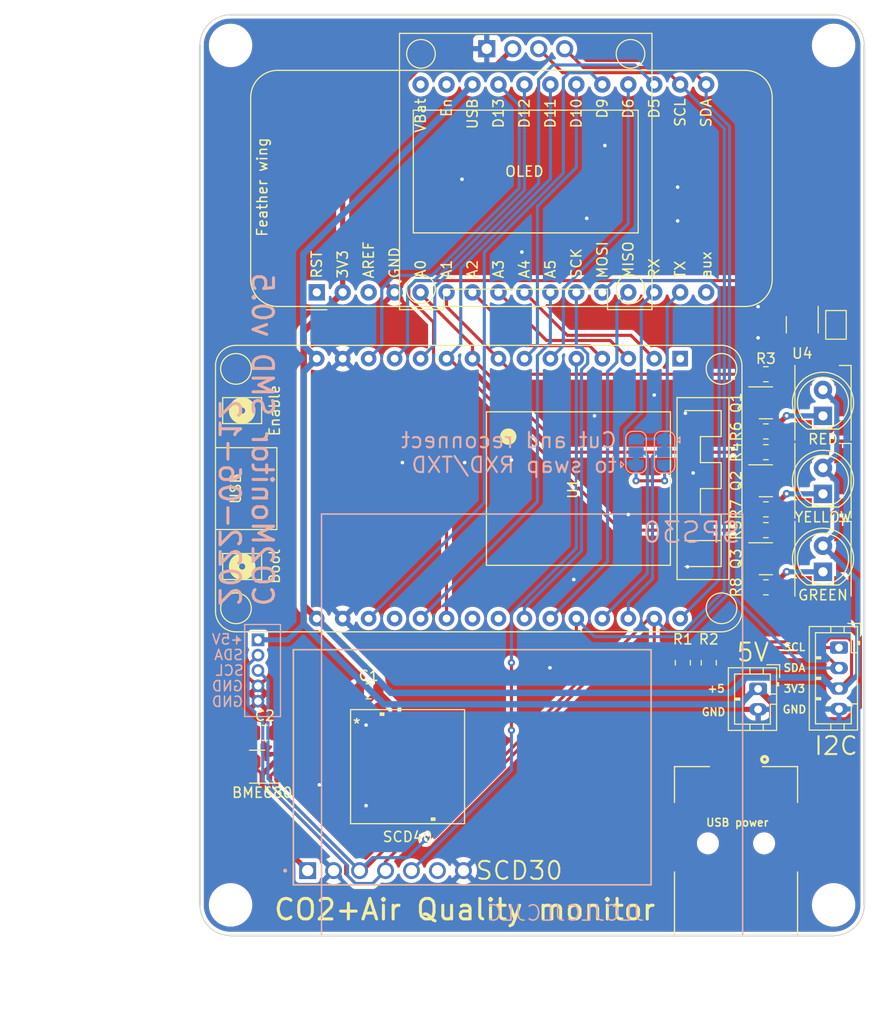
<source format=kicad_pcb>
(kicad_pcb (version 20211014) (generator pcbnew)
  (title_block (title "CO2Monitor SMD") (date "2022-06-12") (rev "v0.5"))
  (layers (0 "F.Cu" signal) (31 "B.Cu" signal) (34 "B.Paste" user) (35 "F.Paste" user) (36 "B.SilkS" user "B.Silkscreen") (37 "F.SilkS" user "F.Silkscreen") (38 "B.Mask" user) (39 "F.Mask" user) (44 "Edge.Cuts" user))
  (net 0 "")
  (net 1 "Net-(D1-Pad1)")
  (net 2 "+3V3")
  (net 3 "Net-(D2-Pad1)")
  (net 4 "Net-(D3-Pad1)")
  (net 5 "+5V")
  (net 6 "GND")
  (net 7 "/SDA")
  (net 8 "/SCL")
  (net 11 "/D25")
  (net 12 "/D26")
  (net 13 "/D27")
  (net 15 "/D34")
  (net 16 "/D39")
  (net 17 "/D36")
  (net 18 "/D35")
  (net 19 "/D4")
  (net 20 "/SCK")
  (net 21 "/MOSI")
  (net 22 "/MISO")
  (net 23 "/RXD")
  (net 24 "/TXD")
  (net 26 "/D14")
  (net 27 "/D32")
  (net 30 "/D15")
  (net 31 "/D33")
  (net 32 "/D12")
  (net 33 "/D13")
  (net 35 "Net-(D4-Pad2)")
  (net 36 "/DIN_1")
  (net 37 "Net-(D5-Pad2)")
  (net 39 "/D16")
  (net 45 "Net-(Q1-Pad1)")
  (net 46 "Net-(Q1-Pad3)")
  (net 47 "Net-(Q2-Pad1)")
  (net 48 "Net-(Q2-Pad3)")
  (net 49 "Net-(Q3-Pad1)")
  (net 50 "Net-(Q3-Pad3)")
  (net 51 "/RXD_FEATHER")
  (net 52 "/TXD_FEATHER")
  (footprint "Connector_JST:JST_PH_B2B-PH-K_1x02_P2.00mm_Vertical" (layer "F.Cu") (at 74.61 85.886 -90)
    (fp_text reference "J1" hide)
    (fp_text value "JST_PH_B2B" hide)
  )
  (footprint "MountingHole:MountingHole_3.5mm" (layer "F.Cu") (at 22.999999 22.999996)
    (fp_text reference "H1" hide)
    (fp_text value "MountingHole" hide)
  )
  (footprint "Adafruit Feather:Adafruit_Feather" (layer "F.Cu") (at 31.43 47.135 90)
    (fp_text reference "A1" hide)
    (fp_text value "Adafruit_Feather_Generic")
  )
  (footprint "Resistor_SMD:R_0805_2012Metric" (layer "F.Cu") (at 69.784 83.33 90)
    (fp_text reference "R2")
    (fp_text value "4k7")
  )
  (footprint "Capacitor_SMD:C_0805_2012Metric" (layer "F.Cu") (at 36.51 86.124 180)
    (fp_text reference "C1")
    (fp_text value "100nF")
  )
  (footprint "MountingHole:MountingHole_3.5mm" (layer "F.Cu") (at 82 107)
    (fp_text reference "H4" hide)
    (fp_text value "MountingHole" hide)
  )
  (footprint "ssd1306 oled:OLED_128x64_0.96_small_no_holes" (layer "F.Cu") (at 51.877 35.324)
    (fp_text reference "U3" hide)
    (fp_text value "SSD1306")
  )
  (footprint "Resistor_SMD:R_0805_2012Metric" (layer "F.Cu") (at 67.244 83.33 90)
    (fp_text reference "R1")
    (fp_text value "4k7")
  )
  (footprint "Package_TO_SOT_SMD:SOT-23-5" (layer "F.Cu") (at 78.928 50.31 -90)
    (fp_text reference "U4")
    (fp_text value "74AHCT1G125")
  )
  (footprint "Connector_JST:JST_PH_B4B-PH-K_1x04_P2.00mm_Vertical" (layer "F.Cu") (at 82.526 81.854 -90)
    (fp_text reference "J2" hide)
    (fp_text value "Conn_01x04" hide)
  )
  (footprint "Package_TO_SOT_SMD:SOT-23" (layer "F.Cu") (at 75.372 57.93)
    (fp_text reference "Q1")
    (fp_text value "BC847")
  )
  (footprint "USB-B-SMD AMP:TE_1-1734346-1" (layer "F.Cu") (at 72.451 100.983)
    (fp_text reference "J3" hide)
    (fp_text value "USB_B")
  )
  (footprint "LED_THT:LED_D5.0mm_Clear" (layer "F.Cu") (at 80.96 66.825004 90)
    (fp_text reference "D2" hide)
    (fp_text value "YELLOW")
  )
  (footprint "LED_THT:LED_D5.0mm_Clear" (layer "F.Cu") (at 80.96 59.205004 90)
    (fp_text reference "D1" hide)
    (fp_text value "RED")
  )
  (footprint "Resistor_SMD:R_0805_2012Metric" (layer "F.Cu") (at 75.372 70.376)
    (fp_text reference "R5")
    (fp_text value "10k")
  )
  (footprint "SCD40:SCD40-D-R1" (layer "F.Cu") (at 40.32 93.49)
    (fp_text reference "U5" hide)
    (fp_text value "SCD40")
  )
  (footprint "LED_SMD:LED_WS2812B_PLCC4_5.0x5.0mm_P3.2mm" (layer "F.Cu") (at 80.96 57.930004 90)
    (fp_text reference "D4" hide)
    (fp_text value "WS2812B")
  )
  (footprint "LED_SMD:LED_WS2812B_PLCC4_5.0x5.0mm_P3.2mm" (layer "F.Cu") (at 80.96 65.55 90)
    (fp_text reference "D5" hide)
    (fp_text value "WS2812B")
  )
  (footprint "Resistor_SMD:R_0805_2012Metric" (layer "F.Cu") (at 75.372 68.344)
    (fp_text reference "R7")
    (fp_text value "51R")
  )
  (footprint "Package_TO_SOT_SMD:SOT-23" (layer "F.Cu") (at 75.372 73.17)
    (fp_text reference "Q3")
    (fp_text value "BC847")
  )
  (footprint "Resistor_SMD:R_0805_2012Metric" (layer "F.Cu") (at 75.372 62.756)
    (fp_text reference "R4")
    (fp_text value "10k")
  )
  (footprint "MountingHole:MountingHole_3.5mm" (layer "F.Cu") (at 23 107)
    (fp_text reference "H3" hide)
    (fp_text value "MountingHole" hide)
  )
  (footprint "Capacitor_SMD:C_0805_2012Metric" (layer "F.Cu") (at 26.35 90.188)
    (fp_text reference "C2")
    (fp_text value "100nF")
  )
  (footprint "Jumper:SolderJumper-2_P1.3mm_Open_TrianglePad1.0x1.5mm" (layer "F.Cu") (at 82.23 50.31 -90)
    (fp_text reference "JP1" hide)
    (fp_text value "SolderJumper_2_Open")
  )
  (footprint "Package_LGA:Bosch_LGA-8_3x3mm_P0.8mm_ClockwisePinNumbering" (layer "F.Cu") (at 26.35 93.49 -90)
    (fp_text reference "U6" hide)
    (fp_text value "BME680")
  )
  (footprint "LED_THT:LED_D5.0mm_Clear" (layer "F.Cu") (at 80.96 74.445004 90)
    (fp_text reference "D3" hide)
    (fp_text value "GREEN")
  )
  (footprint "Resistor_SMD:R_0805_2012Metric" (layer "F.Cu") (at 75.372 55.136)
    (fp_text reference "R3")
    (fp_text value "10k")
  )
  (footprint "MountingHole:MountingHole_3.5mm" (layer "F.Cu") (at 82.000003 22.999996)
    (fp_text reference "H2" hide)
    (fp_text value "MountingHole" hide)
  )
  (footprint "Resistor_SMD:R_0805_2012Metric" (layer "F.Cu") (at 75.372 60.724)
    (fp_text reference "R6")
    (fp_text value "51R")
  )
  (footprint "Resistor_SMD:R_0805_2012Metric" (layer "F.Cu") (at 75.372 75.964)
    (fp_text reference "R8")
    (fp_text value "5.1R")
  )
  (footprint "Package_TO_SOT_SMD:SOT-23" (layer "F.Cu") (at 75.372 65.55)
    (fp_text reference "Q2")
    (fp_text value "BC847")
  )
  (footprint "esp32_devkit_v1_doit:esp32_devkit_v1_doit" (layer "F.Cu") (at 66.99 66.312 -90)
    (fp_text reference "U1")
    (fp_text value "ESP32_DevKit_V1_DOIT")
  )
  (footprint "LED_SMD:LED_WS2812B_PLCC4_5.0x5.0mm_P3.2mm" (layer "F.Cu") (at 80.96 73.17 90)
    (fp_text reference "D6" hide)
    (fp_text value "WS2812B")
  )
  (footprint "SCD30:SCD30" (layer "B.Cu") (at 46.640993 93.55)
    (fp_text reference "U2" hide)
    (fp_text value "SCD30")
  )
  (footprint "JST-ZH:JST_B5B-ZR(LF)(SN)" (layer "B.Cu") (at 25.6835 81.092 90)
    (fp_text reference "J4" hide)
    (fp_text value "Conn_01x05_Male")
  )
  (footprint "Jumper:SolderJumper-3_P1.3mm_Bridged12_RoundedPad1.0x1.5mm" (layer "B.Cu") (at 65.466 62.756 -90)
    (fp_text reference "JP3" hide)
    (fp_text value "SolderJumper_3_Bridged12")
  )
  (footprint "Jumper:SolderJumper-3_P1.3mm_Bridged12_RoundedPad1.0x1.5mm" (layer "B.Cu") (at 62.672 62.756 90)
    (fp_text reference "JP2" hide)
    (fp_text value "SolderJumper_3_Bridged12")
  )
  (gr_rect locked (start 31.9 68.8) (end 73.1 110) (layer "B.SilkS") (width 0.15) (fill none))
  (gr_line (start 29.144 105.047) (end 64.1452 105.047) (layer "F.SilkS") (width 0.15))
  (gr_line (start 64.1452 82.06) (end 29.144 82.06) (layer "F.SilkS") (width 0.15))
  (gr_line (start 29.144 82.06) (end 29.144 105.047) (layer "F.SilkS") (width 0.15))
  (gr_line (start 64.1452 105.047) (end 64.1452 82.06) (layer "F.SilkS") (width 0.15))
  (gr_arc locked (start 20 23) (mid 20.87868 20.87868) (end 23 20) (layer "Edge.Cuts") (width 0.1))
  (gr_arc locked (start 22.999999 110) (mid 20.878679 109.121321) (end 20 107.000001) (layer "Edge.Cuts") (width 0.1))
  (gr_line locked (start 22.999999 110) (end 82.000003 110) (layer "Edge.Cuts") (width 0.2))
  (gr_line locked (start 85 107) (end 85 23) (layer "Edge.Cuts") (width 0.2))
  (gr_line locked (start 20 23) (end 20 107) (layer "Edge.Cuts") (width 0.2))
  (gr_line locked (start 82 20) (end 23 20) (layer "Edge.Cuts") (width 0.2))
  (gr_arc locked (start 82.000003 20.000002) (mid 84.121319 20.87868) (end 84.999997 22.999996) (layer "Edge.Cuts") (width 0.1))
  (gr_arc locked (start 84.999997 107.000001) (mid 84.12132 109.12132) (end 82.000003 110) (layer "Edge.Cuts") (width 0.1))
  (gr_text "SPS30" (at 68.1 70.6) (layer "B.SilkS") (effects (font (size 2 2) (thickness 0.2)) (justify mirror)))
  (gr_text "Cut and reconnect\nto swap RXD/TXD" (at 60.9 62.8) (layer "B.SilkS") (effects (font (size 1.5 1.5) (thickness 0.2)) (justify left mirror)))
  (gr_text "SDA" (at 24.318 82.568) (layer "B.SilkS") (effects (font (size 1 1)) (justify left mirror)))
  (gr_text "${TITLE} ${REVISION}\n${ISSUE_DATE}" (at 24.5 78 270) (layer "B.SilkS") (effects (font (size 2 2) (thickness 0.3)) (justify left mirror)))
  (gr_text "SCL" (at 24.3835 84.092) (layer "B.SilkS") (effects (font (size 1 1)) (justify left mirror)))
  (gr_text "+5V" (at 24.318 81.044) (layer "B.SilkS") (effects (font (size 1 1)) (justify left mirror)))
  (gr_text "GND" (at 24.318 85.616) (layer "B.SilkS") (effects (font (size 1 1)) (justify left mirror)))
  (gr_text "GND" (at 24.318 87.14) (layer "B.SilkS") (effects (font (size 1 1)) (justify left mirror)))
  (gr_text "JLCJLCJLCJLC" (at 63.6 107.8) (layer "B.SilkS") (effects (font (size 1.5 1.5)) (justify left mirror)))
  (gr_text "SCL" (at 78.166 81.806) (layer "F.SilkS") (effects (font (size 0.75 0.75))))
  (gr_text "+5" (at 70.504 85.87) (layer "F.SilkS") (effects (font (size 0.75 0.75))))
  (gr_text "SDA" (at 78.166 83.838) (layer "F.SilkS") (effects (font (size 0.75 0.75))))
  (gr_text "CO2+Air Quality monitor" (at 45.908 107.46) (layer "F.SilkS") (effects (font (size 2 2) (thickness 0.3))))
  (gr_text "GND" (at 70.25 88.156) (layer "F.SilkS") (effects (font (size 0.75 0.75))))
  (gr_text "3V3" (at 78.166 85.87) (layer "F.SilkS") (effects (font (size 0.75 0.75))))
  (gr_text "USB power" (at 72.578 98.951) (layer "F.SilkS") (effects (font (size 0.75 0.75))))
  (gr_text "SCD30" (at 51.242 103.65) (layer "F.SilkS") (effects (font (size 1.75 1.75) (thickness 0.2))))
  (gr_text "5V" (at 74.102 82.314) (layer "F.SilkS") (effects (font (size 1.75 1.75) (thickness 0.2))))
  (gr_text "Feather wing" (at 26.096 36.848 90) (layer "F.SilkS") (effects (font (size 1 1))))
  (gr_text "OLED" (at 51.75 35.324) (layer "F.SilkS") (effects (font (size 1 1))))
  (gr_text "GND" (at 78.166 87.902) (layer "F.SilkS") (effects (font (size 0.75 0.75))))
  (gr_text "I2C" (at 82.23 91.458) (layer "F.SilkS") (effects (font (size 1.75 1.75) (thickness 0.2))))
  (segment (start 76.2845 60.3195) (end 77.404 59.2) (width 0.508) (layer "F.Cu") (net 1))
  (segment (start 76.2845 60.724) (end 76.2845 60.3195) (width 0.508) (layer "F.Cu") (net 1))
  (via (at 77.404 59.2) (size 0.7564) (drill 0.35) (layers "F.Cu" "B.Cu") (net 1))
  (segment (start 80.96 59.205004) (end 77.409004 59.205004) (width 0.508) (layer "B.Cu") (net 1))
  (segment (start 77.409004 59.205004) (end 77.404 59.2) (width 0.508) (layer "B.Cu") (net 1))
  (segment (start 27.5375 93.09) (end 34.116 93.09) (width 0.508) (layer "F.Cu") (net 2))
  (segment (start 25.443149 92.29) (end 25.77692 92.623771) (width 0.3048) (layer "F.Cu") (net 2))
  (segment (start 25.73515 93.89) (end 26.096 94.25085) (width 0.3048) (layer "F.Cu") (net 2))
  (segment (start 50.607 23.324) (end 49.021 24.91) (width 0.508) (layer "F.Cu") (net 2))
  (segment (start 25.77692 93.412546) (end 25.299466 93.89) (width 0.3048) (layer "F.Cu") (net 2))
  (segment (start 81.255757 81.298) (end 81.651677 80.90208) (width 0.3048) (layer "F.Cu") (net 2))
  (segment (start 49.021 24.91) (end 41.722267 24.91) (width 0.508) (layer "F.Cu") (net 2))
  (segment (start 67.244 82.4175) (end 69.784 82.4175) (width 0.3048) (layer "F.Cu") (net 2))
  (segment (start 71.2045 82.4175) (end 72.324 81.298) (width 0.3048) (layer "F.Cu") (net 2))
  (segment (start 25.399999 92.0525) (end 25.162499 92.29) (width 0.3048) (layer "F.Cu") (net 2))
  (segment (start 37.46 86.124) (end 34.224 89.36) (width 0.508) (layer "F.Cu") (net 2))
  (segment (start 81.651677 80.90208) (end 83.400323 80.90208) (width 0.3048) (layer "F.Cu") (net 2))
  (segment (start 35.870811 98.692811) (end 38.679911 98.692811) (width 0.508) (layer "F.Cu") (net 2))
  (segment (start 25.1625 93.89) (end 25.73515 93.89) (width 0.3048) (layer "F.Cu") (net 2))
  (segment (start 83.75292 81.254677) (end 83.75292 84.62708) (width 0.3048) (layer "F.Cu") (net 2))
  (segment (start 34.224 89.36) (end 34.224 92.982) (width 0.508) (layer "F.Cu") (net 2))
  (segment (start 83.400323 80.90208) (end 83.75292 81.254677) (width 0.3048) (layer "F.Cu") (net 2))
  (segment (start 25.299466 92.29) (end 25.1625 92.29) (width 0.3048) (layer "F.Cu") (net 2))
  (segment (start 69.784 82.4175) (end 71.2045 82.4175) (width 0.3048) (layer "F.Cu") (net 2))
  (segment (start 39.07 98.302722) (end 39.07 97.49) (width 0.508) (layer "F.Cu") (net 2))
  (segment (start 37.46 85.042) (end 37.46 86.124) (width 0.635) (layer "F.Cu") (net 2))
  (segment (start 27.537501 93.090001) (end 27.256849 93.090001) (width 0.508) (layer "F.Cu") (net 2))
  (segment (start 33.97 32.662267) (end 33.97 47.135) (width 0.508) (layer "F.Cu") (net 2))
  (segment (start 72.324 81.298) (end 81.255757 81.298) (width 0.3048) (layer "F.Cu") (net 2))
  (segment (start 27.256849 93.090001) (end 26.096 94.25085) (width 0.508) (layer "F.Cu") (net 2))
  (segment (start 30.150989 77.732989) (end 31.43 79.012) (width 0.635) (layer "F.Cu") (net 2))
  (segment (start 26.096 99.205007) (end 30.540993 103.65) (width 0.508) (layer "F.Cu") (net 2))
  (segment (start 26.096 94.25085) (end 26.096 99.205007) (width 0.508) (layer "F.Cu") (net 2))
  (segment (start 41.722267 24.91) (end 33.97 32.662267) (width 0.508) (layer "F.Cu") (net 2))
  (segment (start 83.75292 84.62708) (end 82.526 85.854) (width 0.3048) (layer "F.Cu") (net 2))
  (segment (start 30.150989 50.954011) (end 30.150989 77.732989) (width 0.635) (layer "F.Cu") (net 2))
  (segment (start 25.399999 90.188) (end 25.399999 92.0525) (width 0.3048) (layer "F.Cu") (net 2))
  (segment (start 25.77692 92.623771) (end 25.77692 93.412546) (width 0.3048) (layer "F.Cu") (net 2))
  (segment (start 34.224 92.982) (end 34.224 97.046) (width 0.508) (layer "F.Cu") (net 2))
  (segment (start 39.07 89.49) (end 39.07 87.734) (width 0.508) (layer "F.Cu") (net 2))
  (segment (start 25.162499 92.29) (end 25.443149 92.29) (width 0.3048) (layer "F.Cu") (net 2))
  (segment (start 31.43 79.012) (end 37.46 85.042) (width 0.635) (layer "F.Cu") (net 2))
  (segment (start 34.116 93.09) (end 34.224 92.982) (width 0.508) (layer "F.Cu") (net 2))
  (segment (start 25.299466 93.89) (end 25.1625 93.89) (width 0.3048) (layer "F.Cu") (net 2))
  (segment (start 33.97 47.135) (end 30.150989 50.954011) (width 0.635) (layer "F.Cu") (net 2))
  (segment (start 39.07 87.734) (end 37.46 86.124) (width 0.508) (layer "F.Cu") (net 2))
  (segment (start 38.679911 98.692811) (end 39.07 98.302722) (width 0.508) (layer "F.Cu") (net 2))
  (segment (start 34.224 97.046) (end 35.870811 98.692811) (width 0.508) (layer "F.Cu") (net 2))
  (segment (start 81.95808 85.854) (end 82.526 85.854) (width 0.635) (layer "B.Cu") (net 2))
  (segment (start 80.96 56.665) (end 82.313511 58.018511) (width 0.508) (layer "B.Cu") (net 2))
  (segment (start 82.313511 62.931489) (end 80.96 64.285) (width 0.508) (layer "B.Cu") (net 2))
  (segment (start 31.43 79.012) (end 38.69498 86.27698) (width 0.635) (layer "B.Cu") (net 2))
  (segment (start 84.35992 84.498198) (end 83.004118 85.854) (width 0.508) (layer "B.Cu") (net 2))
  (segment (start 71.91702 86.27698) (end 73.42502 84.76898) (width 0.635) (layer "B.Cu") (net 2))
  (segment (start 38.69498 86.27698) (end 71.91702 86.27698) (width 0.635) (layer "B.Cu") (net 2))
  (segment (start 83.004118 85.854) (end 82.526 85.854) (width 0.508) (layer "B.Cu") (net 2))
  (segment (start 80.96 71.905) (end 84.35992 75.30492) (width 0.508) (layer "B.Cu") (net 2))
  (segment (start 84.35992 75.30492) (end 84.35992 84.498198) (width 0.508) (layer "B.Cu") (net 2))
  (segment (start 80.87306 84.76898) (end 81.95808 85.854) (width 0.635) (layer "B.Cu") (net 2))
  (segment (start 82.313511 70.551489) (end 80.96 71.905) (width 0.508) (layer "B.Cu") (net 2))
  (segment (start 80.96 64.285) (end 82.313511 65.638511) (width 0.508) (layer "B.Cu") (net 2))
  (segment (start 73.42502 84.76898) (end 80.87306 84.76898) (width 0.635) (layer "B.Cu") (net 2))
  (segment (start 82.313511 58.018511) (end 82.313511 62.931489) (width 0.508) (layer "B.Cu") (net 2))
  (segment (start 82.313511 65.638511) (end 82.313511 70.551489) (width 0.508) (layer "B.Cu") (net 2))
  (segment (start 76.2845 68.344) (end 76.2845 67.9395) (width 0.508) (layer "F.Cu") (net 3))
  (segment (start 76.2845 67.9395) (end 77.404 66.82) (width 0.508) (layer "F.Cu") (net 3))
  (via (at 77.404 66.82) (size 0.7564) (drill 0.35) (layers "F.Cu" "B.Cu") (net 3))
  (segment (start 77.409004 66.825004) (end 77.404 66.82) (width 0.508) (layer "B.Cu") (net 3))
  (segment (start 80.96 66.825004) (end 77.409004 66.825004) (width 0.508) (layer "B.Cu") (net 3))
  (segment (start 76.2845 75.964) (end 76.2845 75.569508) (width 0.508) (layer "F.Cu") (net 4))
  (segment (start 76.2845 75.569508) (end 77.409004 74.445004) (width 0.508) (layer "F.Cu") (net 4))
  (via (at 77.409004 74.445004) (size 0.7564) (drill 0.35) (layers "F.Cu" "B.Cu") (net 4))
  (segment (start 80.96 74.445004) (end 77.409004 74.445004) (width 0.508) (layer "B.Cu") (net 4))
  (segment (start 79.36 68) (end 78.406489 68.953511) (width 0.508) (layer "F.Cu") (net 5))
  (segment (start 78.406489 59.426493) (end 78.406489 53.391995) (width 0.508) (layer "F.Cu") (net 5))
  (segment (start 76.00202 89.99598) (end 76.00202 88.78602) (width 0.635) (layer "F.Cu") (net 5))
  (segment (start 83.25648 88.90752) (end 76.12352 88.90752) (width 0.508) (layer "F.Cu") (net 5))
  (segment (start 78.76198 50.33148) (end 79.878 51.4475) (width 0.508) (layer "F.Cu") (net 5))
  (segment (start 77.22448 50.685014) (end 77.578014 50.33148) (width 0.508) (layer "F.Cu") (net 5))
  (segment (start 78.406489 53.391995) (end 77.22448 52.209986) (width 0.508) (layer "F.Cu") (net 5))
  (segment (start 78.406489 74.666489) (end 79.36 75.62) (width 0.508) (layer "F.Cu") (net 5))
  (segment (start 79.36 60.380004) (end 78.406489 61.333515) (width 0.508) (layer "F.Cu") (net 5))
  (segment (start 78.406489 67.046489) (end 79.36 68) (width 0.508) (layer "F.Cu") (net 5))
  (segment (start 76.00202 88.78602) (end 76.00202 87.27802) (width 0.635) (layer "F.Cu") (net 5))
  (segment (start 78.406489 61.333515) (end 78.406489 67.046489) (width 0.508) (layer "F.Cu") (net 5))
  (segment (start 84.516 87.648) (end 83.25648 88.90752) (width 0.508) (layer "F.Cu") (net 5))
  (segment (start 74.321 91.677) (end 76.00202 89.99598) (width 0.635) (layer "F.Cu") (net 5))
  (segment (start 79.36 75.62) (end 84.516 80.776) (width 0.508) (layer "F.Cu") (net 5))
  (segment (start 79.36 60.380004) (end 78.406489 59.426493) (width 0.508) (layer "F.Cu") (net 5))
  (segment (start 74.321 93.983) (end 74.321 91.677) (width 0.635) (layer "F.Cu") (net 5))
  (segment (start 77.22448 52.209986) (end 77.22448 50.685014) (width 0.508) (layer "F.Cu") (net 5))
  (segment (start 84.516 80.776) (end 84.516 87.648) (width 0.508) (layer "F.Cu") (net 5))
  (segment (start 76.12352 88.90752) (end 76.00202 88.78602) (width 0.508) (layer "F.Cu") (net 5))
  (segment (start 78.406489 68.953511) (end 78.406489 74.666489) (width 0.508) (layer "F.Cu") (net 5))
  (segment (start 77.578014 50.33148) (end 78.76198 50.33148) (width 0.508) (layer "F.Cu") (net 5))
  (segment (start 76.00202 87.27802) (end 74.61 85.886) (width 0.635) (layer "F.Cu") (net 5))
  (segment (start 72.832 87.394) (end 74.34 85.886) (width 0.635) (layer "B.Cu") (net 5))
  (segment (start 28.600774 81.092) (end 30.150989 79.541785) (width 0.508) (layer "B.Cu") (net 5))
  (segment (start 30.150989 54.891011) (end 30.150989 79.541785) (width 0.635) (layer "B.Cu") (net 5))
  (segment (start 30.112989 52.294989) (end 31.43 53.612) (width 0.635) (layer "B.Cu") (net 5))
  (segment (start 25.6835 81.092) (end 28.600774 81.092) (width 0.508) (layer "B.Cu") (net 5))
  (segment (start 31.43 53.612) (end 30.150989 54.891011) (width 0.635) (layer "B.Cu") (net 5))
  (segment (start 30.150989 79.541785) (end 38.003204 87.394) (width 0.635) (layer "B.Cu") (net 5))
  (segment (start 38.003204 87.394) (end 72.832 87.394) (width 0.635) (layer "B.Cu") (net 5))
  (segment (start 74.34 85.886) (end 74.61 85.886) (width 0.635) (layer "B.Cu") (net 5))
  (segment (start 30.112989 43.372011) (end 30.112989 52.294989) (width 0.635) (layer "B.Cu") (net 5))
  (segment (start 46.67 26.815) (end 30.112989 43.372011) (width 0.635) (layer "B.Cu") (net 5))
  (segment (start 40.32 93.49) (end 37.82 95.99) (width 0.508) (layer "F.Cu") (net 6))
  (segment (start 37.82 90.99) (end 40.32 93.49) (width 0.508) (layer "F.Cu") (net 6))
  (segment (start 37.82 95.99) (end 37.82 97.49) (width 0.508) (layer "F.Cu") (net 6))
  (segment (start 37.82 89.49) (end 37.82 90.99) (width 0.508) (layer "F.Cu") (net 6))
  (via (at 57.846 39.896) (size 0.7564) (drill 0.35) (layers "F.Cu" "B.Cu") (net 6))
  (via (at 74.61 48.532) (size 0.7564) (drill 0.35) (layers "F.Cu" "B.Cu") (net 6))
  (via (at 39.812 63.772) (size 0.7564) (drill 0.35) (layers "F.Cu" "B.Cu") (net 6))
  (via (at 50.48 63.518) (size 0.7564) (drill 0.35) (layers "F.Cu" "B.Cu") (net 6))
  (via (at 61.91 68.852) (size 0.7564) (drill 0.35) (layers "F.Cu" "B.Cu") (net 6))
  (via (at 36.256 89.426) (size 0.7564) (drill 0.35) (layers "F.Cu" "B.Cu") (net 6))
  (via (at 58.608 59.2) (size 0.7564) (drill 0.35) (layers "F.Cu" "B.Cu") (net 6))
  (via (at 45.908 63.772) (size 0.7564) (drill 0.35) (layers "F.Cu" "B.Cu") (net 6))
  (via (at 59.624 32.784) (size 0.7564) (drill 0.35) (layers "F.Cu" "B.Cu") (net 6))
  (via (at 45.640006 36.079663) (size 0.7564) (drill 0.35) (layers "F.Cu" "B.Cu") (net 6))
  (via (at 67.705331 73.955036) (size 0.7564) (drill 0.35) (layers "F.Cu" "B.Cu") (net 6))
  (via (at 31.684 95.268) (size 0.7564) (drill 0.35) (layers "F.Cu" "B.Cu") (net 6))
  (via (at 51.496 43.198) (size 0.7564) (drill 0.35) (layers "F.Cu" "B.Cu") (net 6))
  (via (at 67.498 58.946) (size 0.7564) (drill 0.35) (layers "F.Cu" "B.Cu") (net 6))
  (via (at 54.245081 83.825887) (size 0.7564) (drill 0.35) (layers "F.Cu" "B.Cu") (net 6))
  (via (at 64.45 57.168) (size 0.7564) (drill 0.35) (layers "F.Cu" "B.Cu") (net 6))
  (via (at 66.736 36.848) (size 0.7564) (drill 0.35) (layers "F.Cu" "B.Cu") (net 6))
  (via (at 36.256 97.3) (size 0.7564) (drill 0.35) (layers "F.Cu" "B.Cu") (net 6))
  (via (at 66.736 40.15) (size 0.7564) (drill 0.35) (layers "F.Cu" "B.Cu") (net 6))
  (via (at 68.26 64.788) (size 0.7564) (drill 0.35) (layers "F.Cu" "B.Cu") (net 6))
  (via (at 56.576 75.202) (size 0.7564) (drill 0.35) (layers "F.Cu" "B.Cu") (net 6))
  (via (at 74.61 51.58) (size 0.7564) (drill 0.35) (layers "F.Cu" "B.Cu") (net 6))
  (segment (start 34.257904 103.951316) (end 35.226588 104.92) (width 0.3048) (layer "F.Cu") (net 7))
  (segment (start 38.160993 102.761007) (end 38.160993 103.65) (width 0.3048) (layer "F.Cu") (net 7))
  (segment (start 35.226588 104.92) (end 36.890993 104.92) (width 0.3048) (layer "F.Cu") (net 7))
  (segment (start 56.83 85.362) (end 56.83 79.012) (width 0.3048) (layer "F.Cu") (net 7))
  (segment (start 55.687 23.324) (end 57.521769 25.158769) (width 0.3048) (layer "F.Cu") (net 7))
  (segment (start 27.5375 93.89) (end 27.400534 93.89) (width 0.3048) (layer "F.Cu") (net 7))
  (segment (start 42.82 97.49) (end 42.82 98.102) (width 0.3048) (layer "F.Cu") (net 7))
  (segment (start 57.521769 25.158769) (end 67.873769 25.158769) (width 0.3048) (layer "F.Cu") (net 7))
  (segment (start 81.03032 82.35832) (end 72.738896 82.35832) (width 0.3048) (layer "F.Cu") (net 7))
  (segment (start 70.854716 84.2425) (end 69.784 84.2425) (width 0.3048) (layer "F.Cu") (net 7))
  (segment (start 34.257904 103.000127) (end 34.257904 103.951316) (width 0.3048) (layer "F.Cu") (net 7))
  (segment (start 44.702 97.49) (end 56.83 85.362) (width 0.3048) (layer "F.Cu") (net 7))
  (segment (start 42.82 98.102) (end 38.160993 102.761007) (width 0.3048) (layer "F.Cu") (net 7))
  (segment (start 36.890993 104.92) (end 38.160993 103.65) (width 0.3048) (layer "F.Cu") (net 7))
  (segment (start 67.873769 25.158769) (end 69.53 26.815) (width 0.3048) (layer "F.Cu") (net 7))
  (segment (start 26.92308 95.665303) (end 34.257904 103.000127) (width 0.3048) (layer "F.Cu") (net 7))
  (segment (start 42.82 97.49) (end 44.702 97.49) (width 0.3048) (layer "F.Cu") (net 7))
  (segment (start 82.526 83.854) (end 81.03032 82.35832) (width 0.3048) (layer "F.Cu") (net 7))
  (segment (start 26.92308 94.367454) (end 26.92308 95.665303) (width 0.3048) (layer "F.Cu") (net 7))
  (segment (start 27.400534 93.89) (end 26.92308 94.367454) (width 0.3048) (layer "F.Cu") (net 7))
  (segment (start 72.738896 82.35832) (end 70.854716 84.2425) (width 0.3048) (layer "F.Cu") (net 7))
  (segment (start 67.504205 80.78632) (end 71.81232 76.478205) (width 0.3048) (layer "B.Cu") (net 7))
  (segment (start 24.712589 83.562911) (end 24.712589 87.494166) (width 0.3048) (layer "B.Cu") (net 7))
  (segment (start 36.890993 104.92) (end 38.160993 103.65) (width 0.3048) (layer "B.Cu") (net 7))
  (segment (start 26.150091 88.931668) (end 26.150091 94.868515) (width 0.3048) (layer "B.Cu") (net 7))
  (segment (start 25.6835 82.592) (end 24.712589 83.562911) (width 0.3048) (layer "B.Cu") (net 7))
  (segment (start 79.188115 83.854) (end 71.81232 76.478205) (width 0.3048) (layer "B.Cu") (net 7))
  (segment (start 71.81232 30.924104) (end 69.53 28.641784) (width 0.3048) (layer "B.Cu") (net 7))
  (segment (start 71.81232 76.478205) (end 71.81232 30.924104) (width 0.3048) (layer "B.Cu") (net 7))
  (segment (start 82.526 83.854) (end 79.188115 83.854) (width 0.3048) (layer "B.Cu") (net 7))
  (segment (start 35.226588 104.92) (end 36.890993 104.92) (width 0.3048) (layer "B.Cu") (net 7))
  (segment (start 56.83 79.012) (end 58.60432 80.78632) (width 0.3048) (layer "B.Cu") (net 7))
  (segment (start 24.712589 87.494166) (end 26.150091 88.931668) (width 0.3048) (layer "B.Cu") (net 7))
  (segment (start 26.150091 94.868515) (end 34.444082 103.162506) (width 0.3048) (layer "B.Cu") (net 7))
  (segment (start 34.444082 104.137494) (end 35.226588 104.92) (width 0.3048) (layer "B.Cu") (net 7))
  (segment (start 58.60432 80.78632) (end 67.504205 80.78632) (width 0.3048) (layer "B.Cu") (net 7))
  (segment (start 69.53 28.641784) (end 69.53 26.815) (width 0.3048) (layer "B.Cu") (net 7))
  (segment (start 34.444082 103.162506) (end 34.444082 104.137494) (width 0.3048) (layer "B.Cu") (net 7))
  (segment (start 55.486089 25.663089) (end 65.838089 25.663089) (width 0.3048) (layer "F.Cu") (net 8))
  (segment (start 42.352 100.602) (end 63.942 79.012) (width 0.3048) (layer "F.Cu") (net 8))
  (segment (start 72.53 81.854) (end 82.526 81.854) (width 0.3048) (layer "F.Cu") (net 8))
  (segment (start 42.098 100.602) (end 42.352 100.602) (width 0.3048) (layer "F.Cu") (net 8))
  (segment (start 36.002 103.65) (end 35.620993 103.65) (width 0.3048) (layer "F.Cu") (net 8))
  (segment (start 63.942 79.012) (end 64.45 79.012) (width 0.3048) (layer "F.Cu") (net 8))
  (segment (start 68.10842 83.37808) (end 71.00592 83.37808) (width 0.3048) (layer "F.Cu") (net 8))
  (segment (start 41.57 97.49) (end 41.57 98.082) (width 0.3048) (layer "F.Cu") (net 8))
  (segment (start 27.5375 95.566507) (end 35.620993 103.65) (width 0.3048) (layer "F.Cu") (net 8))
  (segment (start 41.57 98.082) (end 36.002 103.65) (width 0.3048) (layer "F.Cu") (net 8))
  (segment (start 67.244 84.2425) (end 68.10842 83.37808) (width 0.3048) (layer "F.Cu") (net 8))
  (segment (start 64.45 79.012) (end 64.45 81.4485) (width 0.3048) (layer "F.Cu") (net 8))
  (segment (start 53.147 23.324) (end 55.486089 25.663089) (width 0.3048) (layer "F.Cu") (net 8))
  (segment (start 65.838089 25.663089) (end 66.99 26.815) (width 0.3048) (layer "F.Cu") (net 8))
  (segment (start 64.45 81.4485) (end 67.244 84.2425) (width 0.3048) (layer "F.Cu") (net 8))
  (segment (start 71.00592 83.37808) (end 72.53 81.854) (width 0.3048) (layer "F.Cu") (net 8))
  (segment (start 27.5375 94.69) (end 27.5375 95.566507) (width 0.3048) (layer "F.Cu") (net 8))
  (via (at 42.098 100.602) (size 0.7064) (drill 0.3) (layers "F.Cu" "B.Cu") (net 8))
  (segment (start 35.620993 103.626201) (end 26.654411 94.659619) (width 0.3048) (layer "B.Cu") (net 8))
  (segment (start 65.72 80.282) (end 64.45 79.012) (width 0.3048) (layer "B.Cu") (net 8))
  (segment (start 26.654411 85.062911) (end 25.6835 84.092) (width 0.3048) (layer "B.Cu") (net 8))
  (segment (start 36.890993 102.38) (end 35.620993 103.65) (width 0.3048) (layer "B.Cu") (net 8))
  (segment (start 66.99 26.815) (end 71.308 31.133) (width 0.3048) (layer "B.Cu") (net 8))
  (segment (start 71.308 76.269309) (end 67.295309 80.282) (width 0.3048) (layer "B.Cu") (net 8))
  (segment (start 40.32 102.38) (end 36.890993 102.38) (width 0.3048) (layer "B.Cu") (net 8))
  (segment (start 42.098 100.602) (end 40.32 102.38) (width 0.3048) (layer "B.Cu") (net 8))
  (segment (start 71.308 31.133) (end 71.308 76.269309) (width 0.3048) (layer "B.Cu") (net 8))
  (segment (start 67.295309 80.282) (end 65.72 80.282) (width 0.3048) (layer "B.Cu") (net 8))
  (segment (start 26.654411 94.659619) (end 26.654411 85.062911) (width 0.3048) (layer "B.Cu") (net 8))
  (segment (start 35.620993 103.65) (end 35.620993 103.626201) (width 0.3048) (layer "B.Cu") (net 8))
  (segment (start 44.13 48.532) (end 49.21 53.612) (width 0.3048) (layer "F.Cu") (net 11))
  (segment (start 49.21 53.612) (end 50.734 55.136) (width 0.3048) (layer "F.Cu") (net 11))
  (segment (start 50.734 55.136) (end 74.4595 55.136) (width 0.3048) (layer "F.Cu") (net 11))
  (segment (start 44.13 47.135) (end 44.13 48.532) (width 0.3048) (layer "F.Cu") (net 11))
  (segment (start 41.59 47.135) (end 41.59 47.262) (width 0.3048) (layer "F.Cu") (net 12))
  (segment (start 46.67 52.342) (end 46.67 53.612) (width 0.3048) (layer "F.Cu") (net 12))
  (segment (start 46.67 53.612) (end 55.814 62.756) (width 0.3048) (layer "F.Cu") (net 12))
  (segment (start 55.814 62.756) (end 74.4595 62.756) (width 0.3048) (layer "F.Cu") (net 12))
  (segment (start 41.59 47.262) (end 46.67 52.342) (width 0.3048) (layer "F.Cu") (net 12))
  (segment (start 44.400534 53.612) (end 61.164534 70.376) (width 0.3048) (layer "F.Cu") (net 13))
  (segment (start 44.13 53.612) (end 44.400534 53.612) (width 0.3048) (layer "F.Cu") (net 13))
  (segment (start 61.164534 70.376) (end 74.4595 70.376) (width 0.3048) (layer "F.Cu") (net 13))
  (segment (start 45.518089 44.809127) (end 54.29 36.037216) (width 0.3048) (layer "B.Cu") (net 13))
  (segment (start 44.13 53.612) (end 45.518089 52.223911) (width 0.3048) (layer "B.Cu") (net 13))
  (segment (start 54.29 36.037216) (end 54.29 26.815) (width 0.3048) (layer "B.Cu") (net 13))
  (segment (start 45.518089 52.223911) (end 45.518089 44.809127) (width 0.3048) (layer "B.Cu") (net 13))
  (segment (start 58.1 52.342) (end 59.37 53.612) (width 0.3048) (layer "F.Cu") (net 15))
  (segment (start 51.877 52.342) (end 58.1 52.342) (width 0.3048) (layer "F.Cu") (net 15))
  (segment (start 46.67 47.135) (end 51.877 52.342) (width 0.3048) (layer "F.Cu") (net 15))
  (segment (start 53.91268 51.83768) (end 60.13568 51.83768) (width 0.3048) (layer "F.Cu") (net 16))
  (segment (start 49.21 47.135) (end 53.91268 51.83768) (width 0.3048) (layer "F.Cu") (net 16))
  (segment (start 60.13568 51.83768) (end 61.91 53.612) (width 0.3048) (layer "F.Cu") (net 16))
  (segment (start 51.75 47.135) (end 55.94836 51.33336) (width 0.3048) (layer "F.Cu") (net 17))
  (segment (start 62.17136 51.33336) (end 64.45 53.612) (width 0.3048) (layer "F.Cu") (net 17))
  (segment (start 55.94836 51.33336) (end 62.17136 51.33336) (width 0.3048) (layer "F.Cu") (net 17))
  (segment (start 50.48 89.934) (end 50.48 83.33) (width 0.3048) (layer "F.Cu") (net 18))
  (via (at 50.48 89.934) (size 0.7064) (drill 0.3) (layers "F.Cu" "B.Cu") (net 18))
  (via (at 50.48 83.33) (size 0.7064) (drill 0.3) (layers "F.Cu" "B.Cu") (net 18))
  (segment (start 56.83 72.154) (end 56.83 53.612) (width 0.3048) (layer "B.Cu") (net 18))
  (segment (start 50.48 83.33) (end 50.48 78.504) (width 0.3048) (layer "B.Cu") (net 18))
  (segment (start 50.48 89.934) (end 50.48 93.870993) (width 0.3048) (layer "B.Cu") (net 18))
  (segment (start 50.48 93.870993) (end 40.700993 103.65) (width 0.3048) (layer "B.Cu") (net 18))
  (segment (start 50.48 78.504) (end 56.83 72.154) (width 0.3048) (layer "B.Cu") (net 18))
  (segment (start 54.29 47.135) (end 54.29 52.036691) (width 0.3048) (layer "B.Cu") (net 19))
  (segment (start 53.02 53.306691) (end 53.02 67.582) (width 0.3048) (layer "B.Cu") (net 19))
  (segment (start 54.29 52.036691) (end 53.02 53.306691) (width 0.3048) (layer "B.Cu") (net 19))
  (segment (start 53.02 67.582) (end 41.59 79.012) (width 0.3048) (layer "B.Cu") (net 19))
  (segment (start 56.83 47.135) (end 56.83 52.498089) (width 0.3048) (layer "B.Cu") (net 20))
  (segment (start 57.291398 52.498089) (end 57.943911 53.150602) (width 0.3048) (layer "B.Cu") (net 20))
  (segment (start 57.943911 53.150602) (end 57.943911 54.073398) (width 0.3048) (layer "B.Cu") (net 20))
  (segment (start 57.943911 54.073398) (end 57.33432 54.682989) (width 0.3048) (layer "B.Cu") (net 20))
  (segment (start 56.83 52.498089) (end 57.291398 52.498089) (width 0.3048) (layer "B.Cu") (net 20))
  (segment (start 51.75 77.996) (end 51.75 79.012) (width 0.3048) (layer "B.Cu") (net 20))
  (segment (start 57.33432 54.682989) (end 57.33432 72.41168) (width 0.3048) (layer "B.Cu") (net 20))
  (segment (start 57.33432 72.41168) (end 51.75 77.996) (width 0.3048) (layer "B.Cu") (net 20))
  (segment (start 70.8 75.202) (end 66.99 79.012) (width 0.3048) (layer "B.Cu") (net 21))
  (segment (start 60.521911 45.983089) (end 70.007138 45.983089) (width 0.3048) (layer "B.Cu") (net 21))
  (segment (start 59.37 47.135) (end 60.521911 45.983089) (width 0.3048) (layer "B.Cu") (net 21))
  (segment (start 70.8 46.775951) (end 70.8 75.202) (width 0.3048) (layer "B.Cu") (net 21))
  (segment (start 70.007138 45.983089) (end 70.8 46.775951) (width 0.3048) (layer "B.Cu") (net 21))
  (segment (start 59.878 54.882) (end 59.878 73.424) (width 0.3048) (layer "B.Cu") (net 22))
  (segment (start 60.796089 48.248911) (end 60.796089 53.963911) (width 0.3048) (layer "B.Cu") (net 22))
  (segment (start 60.796089 53.963911) (end 59.878 54.882) (width 0.3048) (layer "B.Cu") (net 22))
  (segment (start 59.878 73.424) (end 54.29 79.012) (width 0.3048) (layer "B.Cu") (net 22))
  (segment (start 61.91 47.135) (end 60.796089 48.248911) (width 0.3048) (layer "B.Cu") (net 22))
  (segment (start 63.77392 74.60808) (end 63.77392 63.09592) (width 0.3048) (layer "B.Cu") (net 23))
  (segment (start 63.77392 63.09592) (end 63.434 62.756) (width 0.3048) (layer "B.Cu") (net 23))
  (segment (start 59.37 79.012) (end 63.77392 74.60808) (width 0.3048) (layer "B.Cu") (net 23))
  (segment (start 63.434 62.756) (end 62.672 62.756) (width 0.3048) (layer "B.Cu") (net 23))
  (segment (start 64.27824 63.18176) (end 64.704 62.756) (width 0.3048) (layer "B.Cu") (net 24))
  (segment (start 61.91 79.012) (end 61.91 77.488) (width 0.3048) (layer "B.Cu") (net 24))
  (segment (start 64.27824 75.11976) (end 64.27824 63.18176) (width 0.3048) (layer "B.Cu") (net 24))
  (segment (start 61.91 77.488) (end 64.27824 75.11976) (width 0.3048) (layer "B.Cu") (net 24))
  (segment (start 64.704 62.756) (end 65.466 62.756) (width 0.3048) (layer "B.Cu") (net 24))
  (segment (start 41.59 53.612) (end 42.978089 52.223911) (width 0.3048) (layer "B.Cu") (net 26))
  (segment (start 53.138089 26.315911) (end 54.544 24.91) (width 0.3048) (layer "B.Cu") (net 26))
  (segment (start 53.138089 36.475911) (end 53.138089 26.315911) (width 0.3048) (layer "B.Cu") (net 26))
  (segment (start 62.545 24.91) (end 64.45 26.815) (width 0.3048) (layer "B.Cu") (net 26))
  (segment (start 54.544 24.91) (end 62.545 24.91) (width 0.3048) (layer "B.Cu") (net 26))
  (segment (start 42.978089 52.223911) (end 42.978089 46.635911) (width 0.3048) (layer "B.Cu") (net 26))
  (segment (start 42.978089 46.635911) (end 53.138089 36.475911) (width 0.3048) (layer "B.Cu") (net 26))
  (segment (start 61.91 26.815) (end 61.91 40.404) (width 0.3048) (layer "B.Cu") (net 27))
  (segment (start 55.56 46.754) (end 55.56 52.342) (width 0.3048) (layer "B.Cu") (net 27))
  (segment (start 61.91 40.404) (end 55.56 46.754) (width 0.3048) (layer "B.Cu") (net 27))
  (segment (start 55.56 52.342) (end 54.29 53.612) (width 0.3048) (layer "B.Cu") (net 27))
  (segment (start 59.37 26.815) (end 58.218089 25.663089) (width 0.3048) (layer "B.Cu") (net 30))
  (segment (start 56.116684 25.663089) (end 55.56 26.219773) (width 0.3048) (layer "B.Cu") (net 30))
  (segment (start 47.821911 67.700089) (end 36.51 79.012) (width 0.3048) (layer "B.Cu") (net 30))
  (segment (start 58.218089 25.663089) (end 56.116684 25.663089) (width 0.3048) (layer "B.Cu") (net 30))
  (segment (start 55.56 35.480432) (end 47.821911 43.218521) (width 0.3048) (layer "B.Cu") (net 30))
  (segment (start 47.821911 43.218521) (end 47.821911 67.700089) (width 0.3048) (layer "B.Cu") (net 30))
  (segment (start 55.56 26.219773) (end 55.56 35.480432) (width 0.3048) (layer "B.Cu") (net 30))
  (segment (start 53.02 38.733648) (end 53.02 52.342) (width 0.3048) (layer "B.Cu") (net 31))
  (segment (start 53.02 52.342) (end 51.75 53.612) (width 0.3048) (layer "B.Cu") (net 31))
  (segment (start 56.83 34.923648) (end 53.02 38.733648) (width 0.3048) (layer "B.Cu") (net 31))
  (segment (start 56.83 26.815) (end 56.83 34.923648) (width 0.3048) (layer "B.Cu") (net 31))
  (segment (start 42.917695 45.983089) (end 51.75 37.150784) (width 0.3048) (layer "B.Cu") (net 32))
  (segment (start 51.75 37.150784) (end 51.75 26.815) (width 0.3048) (layer "B.Cu") (net 32))
  (segment (start 40.32 52.342) (end 40.32 46.775951) (width 0.3048) (layer "B.Cu") (net 32))
  (segment (start 41.112862 45.983089) (end 42.917695 45.983089) (width 0.3048) (layer "B.Cu") (net 32))
  (segment (start 40.32 46.775951) (end 41.112862 45.983089) (width 0.3048) (layer "B.Cu") (net 32))
  (segment (start 39.05 53.612) (end 40.32 52.342) (width 0.3048) (layer "B.Cu") (net 32))
  (segment (start 42.708799 45.478769) (end 51.242 36.945568) (width 0.3048) (layer "B.Cu") (net 33))
  (segment (start 37.796489 52.325511) (end 37.796489 46.759462) (width 0.3048) (layer "B.Cu") (net 33))
  (segment (start 36.51 53.612) (end 37.796489 52.325511) (width 0.3048) (layer "B.Cu") (net 33))
  (segment (start 51.242 36.945568) (end 51.242 28.847) (width 0.3048) (layer "B.Cu") (net 33))
  (segment (start 39.077182 45.478769) (end 42.708799 45.478769) (width 0.3048) (layer "B.Cu") (net 33))
  (segment (start 51.242 28.847) (end 49.21 26.815) (width 0.3048) (layer "B.Cu") (net 33))
  (segment (start 37.796489 46.759462) (end 39.077182 45.478769) (width 0.3048) (layer "B.Cu") (net 33))
  (segment (start 82.56 60.380004) (end 82.079996 60.380004) (width 0.3048) (layer "F.Cu") (net 35))
  (segment (start 82.079996 60.380004) (end 79.36 63.1) (width 0.3048) (layer "F.Cu") (net 35))
  (segment (start 79.36 52.8295) (end 79.36 55.480004) (width 0.3048) (layer "F.Cu") (net 36))
  (segment (start 80.4355 52.8295) (end 79.36 52.8295) (width 0.3048) (layer "F.Cu") (net 36))
  (segment (start 77.978 51.4475) (end 79.36 52.8295) (width 0.3048) (layer "F.Cu") (net 36))
  (segment (start 82.23 51.035) (end 80.4355 52.8295) (width 0.3048) (layer "F.Cu") (net 36))
  (segment (start 79.84 70.72) (end 79.36 70.72) (width 0.3048) (layer "F.Cu") (net 37))
  (segment (start 82.56 68) (end 79.84 70.72) (width 0.3048) (layer "F.Cu") (net 37))
  (segment (start 79.520098 50.18692) (end 81.08308 50.18692) (width 0.3048) (layer "F.Cu") (net 39))
  (segment (start 78.928 48.750178) (end 76.160911 45.983089) (width 0.3048) (layer "F.Cu") (net 39))
  (segment (start 40.438089 47.634089) (end 42.86 50.056) (width 0.3048) (layer "F.Cu") (net 39))
  (segment (start 78.928 49.1725) (end 78.928 48.750178) (width 0.3048) (layer "F.Cu") (net 39))
  (segment (start 42.86 54.12) (end 44.13 55.39) (width 0.3048) (layer "F.Cu") (net 39))
  (segment (start 81.08308 50.18692) (end 81.685 49.585) (width 0.3048) (layer "F.Cu") (net 39))
  (segment (start 78.928 49.594822) (end 79.520098 50.18692) (width 0.3048) (layer "F.Cu") (net 39))
  (segment (start 81.685 49.585) (end 82.23 49.585) (width 0.3048) (layer "F.Cu") (net 39))
  (segment (start 44.13 55.39) (end 44.13 79.012) (width 0.3048) (layer "F.Cu") (net 39))
  (segment (start 78.928 49.1725) (end 78.928 49.594822) (width 0.3048) (layer "F.Cu") (net 39))
  (segment (start 41.090911 45.983089) (end 40.438089 46.635911) (width 0.3048) (layer "F.Cu") (net 39))
  (segment (start 42.86 50.056) (end 42.86 54.12) (width 0.3048) (layer "F.Cu") (net 39))
  (segment (start 40.438089 46.635911) (end 40.438089 47.634089) (width 0.3048) (layer "F.Cu") (net 39))
  (segment (start 76.160911 45.983089) (end 41.090911 45.983089) (width 0.3048) (layer "F.Cu") (net 39))
  (segment (start 76.2845 55.136) (end 76.2785 55.136) (width 0.3048) (layer "F.Cu") (net 45))
  (segment (start 76.2785 55.136) (end 74.4345 56.98) (width 0.3048) (layer "F.Cu") (net 45))
  (segment (start 76.3095 58.874) (end 74.4595 60.724) (width 0.508) (layer "F.Cu") (net 46))
  (segment (start 76.3095 57.93) (end 76.3095 58.874) (width 0.508) (layer "F.Cu") (net 46))
  (segment (start 76.2785 62.756) (end 74.4345 64.6) (width 0.3048) (layer "F.Cu") (net 47))
  (segment (start 76.2845 62.756) (end 76.2785 62.756) (width 0.3048) (layer "F.Cu") (net 47))
  (segment (start 76.3095 65.55) (end 76.3095 66.494) (width 0.508) (layer "F.Cu") (net 48))
  (segment (start 76.3095 66.494) (end 74.4595 68.344) (width 0.508) (layer "F.Cu") (net 48))
  (segment (start 76.2785 70.376) (end 74.4345 72.22) (width 0.3048) (layer "F.Cu") (net 49))
  (segment (start 76.2845 70.376) (end 76.2785 70.376) (width 0.3048) (layer "F.Cu") (net 49))
  (segment (start 76.3095 73.17) (end 76.3095 74.114) (width 0.508) (layer "F.Cu") (net 50))
  (segment (start 76.3095 74.114) (end 74.4595 75.964) (width 0.508) (layer "F.Cu") (net 50))
  (segment (start 62.672 65.55) (end 65.466 65.55) (width 0.3048) (layer "F.Cu") (net 51))
  (via (at 62.672 65.55) (size 0.7064) (drill 0.3) (layers "F.Cu" "B.Cu") (net 51))
  (via (at 65.466 65.55) (size 0.7064) (drill 0.3) (layers "F.Cu" "B.Cu") (net 51))
  (segment (start 62.672 64.056) (end 62.672 65.55) (width 0.3048) (layer "B.Cu") (net 51))
  (segment (start 61.570089 63.607911) (end 62.018178 64.056) (width 0.3048) (layer "B.Cu") (net 51))
  (segment (start 63.18 58.920963) (end 61.570089 60.530874) (width 0.3048) (layer "B.Cu") (net 51))
  (segment (start 61.570089 60.530874) (end 61.570089 63.607911) (width 0.3048) (layer "B.Cu") (net 51))
  (segment (start 64.45 47.135) (end 63.18 48.405) (width 0.3048) (layer "B.Cu") (net 51))
  (segment (start 62.018178 64.056) (end 62.672 64.056) (width 0.3048) (layer "B.Cu") (net 51))
  (segment (start 63.18 48.405) (end 63.18 58.920963) (width 0.3048) (layer "B.Cu") (net 51))
  (segment (start 65.466 64.056) (end 65.466 65.55) (width 0.3048) (layer "B.Cu") (net 51))
  (segment (start 65.466 61.456) (end 65.466 60.978) (width 0.3048) (layer "B.Cu") (net 52))
  (segment (start 65.466 61.456) (end 62.672 61.456) (width 0.3048) (layer "B.Cu") (net 52))
  (segment (start 65.72 60.724) (end 65.72 48.405) (width 0.3048) (layer "B.Cu") (net 52))
  (segment (start 65.72 48.405) (end 66.99 47.135) (width 0.3048) (layer "B.Cu") (net 52))
  (segment (start 65.466 60.978) (end 65.72 60.724) (width 0.3048) (layer "B.Cu") (net 52))
  (zone locked (net 6) (net_name "GND") (layers F&B.Cu) (name "GND") (connect_pads (clearance 0.381)) (min_thickness 0.254) (fill yes (thermal_gap 0.508) (thermal_bridge_width 0.508))
    (polygon (pts (xy 87.532 112.54) (xy 17.682 112.54) (xy 17.682 18.56) (xy 87.532 18.56)))
  )
)
</source>
